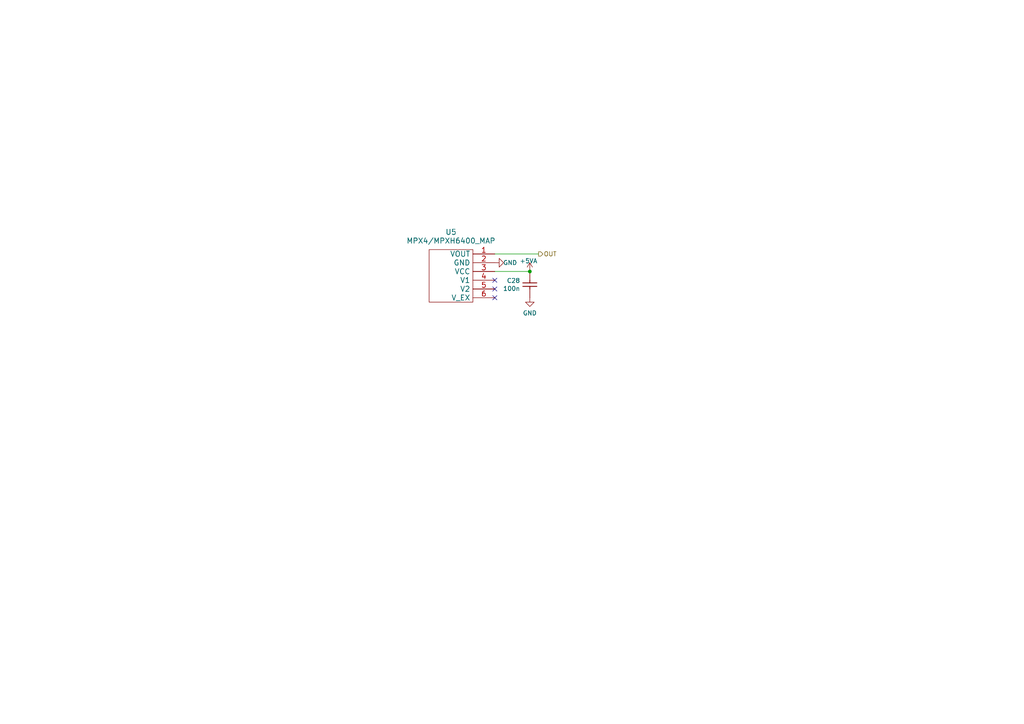
<source format=kicad_sch>
(kicad_sch (version 20231120) (generator "eeschema") (generator_version "8.0")
  (paper "A4")
  (lib_symbols
    (symbol "MPX-4_MAP:MPX4/MPXH6400_MAP" (pin_names (offset 0.762))
      (property "Reference" "U" (at 0 10.16 0))
      (property "Value" "MPX4{slash}MPXH6400_MAP" (at 3.81 -10.16 0))
      (symbol "MPX4/MPXH6400_MAP_0_1"
        (rectangle (start -2.54 7.62) (end 10.16 -7.62))
      )
      (symbol "MPX4/MPXH6400_MAP_1_1"
        (pin passive line (at -8.89 6.35 0) (length 6.35) (name "VOUT") (number "1"))
        (pin passive line (at -8.89 3.81 0) (length 6.35) (name "GND") (number "2"))
        (pin passive line (at -8.89 1.27 0) (length 6.35) (name "VCC") (number "3"))
        (pin passive line (at -8.89 -1.27 0) (length 6.35) (name "V1") (number "4"))
        (pin passive line (at -8.89 -3.81 0) (length 6.35) (name "V2") (number "5"))
        (pin passive line (at -8.89 -6.35 0) (length 6.35) (name "V_EX") (number "6"))
      )
    )
    (symbol "hellen-one-common:Cap" (pin_numbers hide)
      (property "Reference" "C" (at -3.81 2.54 0))
      (property "Value" "Cap" (at -2.54 -1.27 0))
      (symbol "Cap_1_0"
        (polyline (pts (xy -1.27 0) (xy -0.508 0)) (stroke (width 0.254)))
        (polyline (pts (xy -0.508 -2.032) (xy -0.508 2.032)) (stroke (width 0.254)))
        (polyline (pts (xy 0.508 2.032) (xy 0.508 -2.032)) (stroke (width 0.254)))
        (polyline (pts (xy 1.27 0) (xy 0.508 0)) (stroke (width 0.254)))
        (pin passive line (at -3.81 0 0) (length 2.54) (name "") (number "1"))
        (pin passive line (at 3.81 0 180) (length 2.54) (name "") (number "2"))
      )
    )
    (symbol "power:+5VA" (power) (pin_numbers hide) (pin_names (offset 0) hide)
      (property "Value" "+5VA" (at 0 3.556 0))
      (symbol "+5VA_0_1"
        (polyline (pts (xy -0.762 1.27) (xy 0 2.54)))
        (polyline (pts (xy 0 0) (xy 0 2.54)))
        (polyline (pts (xy 0 2.54) (xy 0.762 1.27)))
      )
      (symbol "+5VA_1_1"
        (pin power_in line (at 0 0 90) (length 0) (name "~") (number "1"))
      )
    )
    (symbol "power:GND" (power) (pin_numbers hide) (pin_names (offset 0) hide)
      (property "Value" "GND" (at 0 -3.81 0))
      (symbol "GND_0_1"
        (polyline (pts (xy 0 0) (xy 0 -1.27) (xy 1.27 -1.27) (xy 0 -2.54) (xy -1.27 -1.27) (xy 0 -1.27)))
      )
      (symbol "GND_1_1"
        (pin power_in line (at 0 0 270) (length 0) (name "~") (number "1"))
      )
    )
  )
  (junction (at 153.67 78.74))
  (no_connect (at 143.51 86.36))
  (no_connect (at 143.51 83.82))
  (no_connect (at 143.51 81.28))
  (wire (pts (xy 143.51 73.66) (xy 156.21 73.66)))
  (wire (pts (xy 153.67 78.74) (xy 143.51 78.74)))
  (hierarchical_label "OUT" (shape output) (at 156.21 73.66 0))
  (symbol (lib_id "power:+5VA") (at 153.67 78.74 0) (mirror y) (unit 1)
    (property "Reference" "#PWR0117" (effects (hide yes)))
    (property "Value" "+5VA" (at 153.3017 75.6856 0))
    (property "Description" "Power symbol creates a global label with name \"+5VA\"" (effects (hide yes)))
  )
  (symbol (lib_id "MPX-4_MAP:MPX4/MPXH6400_MAP") (at 134.62 80.01 0) (mirror y) (unit 1)
    (property "Reference" "U5" (at 130.81 67.31 0) (effects (font (size 1.524 1.524))))
    (property "Value" "MPX4/MPXH6400_MAP" (at 130.81 69.85 0) (effects (font (size 1.524 1.524))))
    (property "Footprint" "kicad6-libraries:MPX-4_MAP" (effects (hide yes)))
  )
  (symbol (lib_id "power:GND") (at 143.51 76.2 90) (mirror x) (unit 1)
    (property "Reference" "#PWR0116" (effects (hide yes)))
    (property "Value" "GND" (at 147.955 76.2 90))
    (property "Description" "Power symbol creates a global label with name \"GND\" , ground" (effects (hide yes)))
  )
  (symbol (lib_id "hellen-one-common:Cap") (at 153.67 82.55 270) (mirror x) (unit 1)
    (property "Reference" "C28" (at 150.8759 81.4006 90) (effects (justify right)))
    (property "Value" "100n" (at 150.8759 83.6993 90) (effects (justify right)))
    (property "Footprint" "hellen-one-common:C0603" (effects (hide yes)))
    (property "LCSC" "C14663" (effects (hide yes)))
  )
  (symbol (lib_id "power:GND") (at 153.67 86.36 0) (mirror y) (unit 1)
    (property "Reference" "#PWR0118" (effects (hide yes)))
    (property "Value" "GND" (at 153.67 90.805 0))
    (property "Description" "Power symbol creates a global label with name \"GND\" , ground" (effects (hide yes)))
  )
)
</source>
